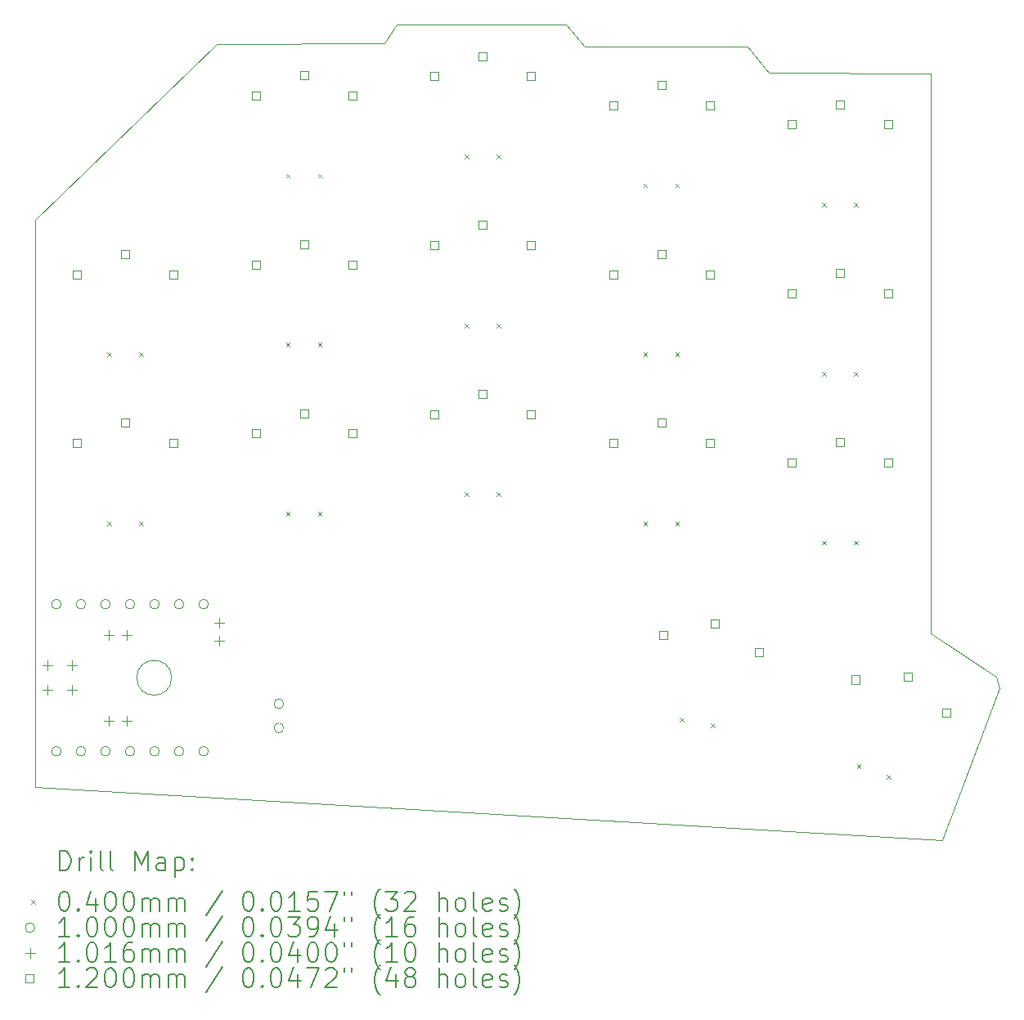
<source format=gbr>
%TF.GenerationSoftware,KiCad,Pcbnew,(6.0.7-1)-1*%
%TF.CreationDate,2022-10-31T22:34:20+08:00*%
%TF.ProjectId,kamao,6b616d61-6f2e-46b6-9963-61645f706362,rev?*%
%TF.SameCoordinates,Original*%
%TF.FileFunction,Drillmap*%
%TF.FilePolarity,Positive*%
%FSLAX45Y45*%
G04 Gerber Fmt 4.5, Leading zero omitted, Abs format (unit mm)*
G04 Created by KiCad (PCBNEW (6.0.7-1)-1) date 2022-10-31 22:34:20*
%MOMM*%
%LPD*%
G01*
G04 APERTURE LIST*
%ADD10C,0.100000*%
%ADD11C,0.200000*%
%ADD12C,0.040000*%
%ADD13C,0.101600*%
%ADD14C,0.120000*%
G04 APERTURE END LIST*
D10*
X330278Y39600000D02*
G75*
G03*
X330278Y39600000I-180278J0D01*
G01*
X4610000Y46140000D02*
X6290000Y46140000D01*
X6509882Y45870179D01*
X8189882Y45860179D01*
X8190000Y40060000D01*
X8870000Y39610000D01*
X8900000Y39490000D01*
X8310000Y37920000D01*
X-1080000Y38470000D01*
X-1080000Y44340000D01*
X800000Y46160000D01*
X2530000Y46170000D01*
X2660000Y46370000D01*
X4410000Y46370000D01*
X4610000Y46140000D01*
D11*
D12*
X-335000Y42970000D02*
X-295000Y42930000D01*
X-295000Y42970000D02*
X-335000Y42930000D01*
X-335000Y41220000D02*
X-295000Y41180000D01*
X-295000Y41220000D02*
X-335000Y41180000D01*
X-5000Y42970000D02*
X35000Y42930000D01*
X35000Y42970000D02*
X-5000Y42930000D01*
X-5000Y41220000D02*
X35000Y41180000D01*
X35000Y41220000D02*
X-5000Y41180000D01*
X1515000Y44820000D02*
X1555000Y44780000D01*
X1555000Y44820000D02*
X1515000Y44780000D01*
X1515000Y43070000D02*
X1555000Y43030000D01*
X1555000Y43070000D02*
X1515000Y43030000D01*
X1515000Y41320000D02*
X1555000Y41280000D01*
X1555000Y41320000D02*
X1515000Y41280000D01*
X1845000Y44820000D02*
X1885000Y44780000D01*
X1885000Y44820000D02*
X1845000Y44780000D01*
X1845000Y43070000D02*
X1885000Y43030000D01*
X1885000Y43070000D02*
X1845000Y43030000D01*
X1845000Y41320000D02*
X1885000Y41280000D01*
X1885000Y41320000D02*
X1845000Y41280000D01*
X3365000Y45020000D02*
X3405000Y44980000D01*
X3405000Y45020000D02*
X3365000Y44980000D01*
X3365000Y43270000D02*
X3405000Y43230000D01*
X3405000Y43270000D02*
X3365000Y43230000D01*
X3365000Y41520000D02*
X3405000Y41480000D01*
X3405000Y41520000D02*
X3365000Y41480000D01*
X3695000Y45020000D02*
X3735000Y44980000D01*
X3735000Y45020000D02*
X3695000Y44980000D01*
X3695000Y43270000D02*
X3735000Y43230000D01*
X3735000Y43270000D02*
X3695000Y43230000D01*
X3695000Y41520000D02*
X3735000Y41480000D01*
X3735000Y41520000D02*
X3695000Y41480000D01*
X5215000Y44720000D02*
X5255000Y44680000D01*
X5255000Y44720000D02*
X5215000Y44680000D01*
X5215000Y42970000D02*
X5255000Y42930000D01*
X5255000Y42970000D02*
X5215000Y42930000D01*
X5215000Y41220000D02*
X5255000Y41180000D01*
X5255000Y41220000D02*
X5215000Y41180000D01*
X5545000Y44720000D02*
X5585000Y44680000D01*
X5585000Y44720000D02*
X5545000Y44680000D01*
X5545000Y42970000D02*
X5585000Y42930000D01*
X5585000Y42970000D02*
X5545000Y42930000D01*
X5545000Y41220000D02*
X5585000Y41180000D01*
X5585000Y41220000D02*
X5545000Y41180000D01*
X5589365Y39185488D02*
X5629365Y39145488D01*
X5629365Y39185488D02*
X5589365Y39145488D01*
X5914352Y39128185D02*
X5954352Y39088185D01*
X5954352Y39128185D02*
X5914352Y39088185D01*
X7065000Y44520000D02*
X7105000Y44480000D01*
X7105000Y44520000D02*
X7065000Y44480000D01*
X7065000Y42770000D02*
X7105000Y42730000D01*
X7105000Y42770000D02*
X7065000Y42730000D01*
X7065000Y41020000D02*
X7105000Y40980000D01*
X7105000Y41020000D02*
X7065000Y40980000D01*
X7395000Y44520000D02*
X7435000Y44480000D01*
X7435000Y44520000D02*
X7395000Y44480000D01*
X7395000Y42770000D02*
X7435000Y42730000D01*
X7435000Y42770000D02*
X7395000Y42730000D01*
X7395000Y41020000D02*
X7435000Y40980000D01*
X7435000Y41020000D02*
X7395000Y40980000D01*
X7424951Y38706433D02*
X7464951Y38666433D01*
X7464951Y38706433D02*
X7424951Y38666433D01*
X7735049Y38593567D02*
X7775049Y38553567D01*
X7775049Y38593567D02*
X7735049Y38553567D01*
D10*
X-812000Y40362000D02*
G75*
G03*
X-812000Y40362000I-50000J0D01*
G01*
X-812000Y38838000D02*
G75*
G03*
X-812000Y38838000I-50000J0D01*
G01*
X-558000Y40362000D02*
G75*
G03*
X-558000Y40362000I-50000J0D01*
G01*
X-558000Y38838000D02*
G75*
G03*
X-558000Y38838000I-50000J0D01*
G01*
X-304000Y40362000D02*
G75*
G03*
X-304000Y40362000I-50000J0D01*
G01*
X-304000Y38838000D02*
G75*
G03*
X-304000Y38838000I-50000J0D01*
G01*
X-50000Y40362000D02*
G75*
G03*
X-50000Y40362000I-50000J0D01*
G01*
X-50000Y38838000D02*
G75*
G03*
X-50000Y38838000I-50000J0D01*
G01*
X204000Y40362000D02*
G75*
G03*
X204000Y40362000I-50000J0D01*
G01*
X204000Y38838000D02*
G75*
G03*
X204000Y38838000I-50000J0D01*
G01*
X458000Y40362000D02*
G75*
G03*
X458000Y40362000I-50000J0D01*
G01*
X458000Y38838000D02*
G75*
G03*
X458000Y38838000I-50000J0D01*
G01*
X712000Y40362000D02*
G75*
G03*
X712000Y40362000I-50000J0D01*
G01*
X712000Y38838000D02*
G75*
G03*
X712000Y38838000I-50000J0D01*
G01*
X1490000Y39330000D02*
G75*
G03*
X1490000Y39330000I-50000J0D01*
G01*
X1490000Y39080000D02*
G75*
G03*
X1490000Y39080000I-50000J0D01*
G01*
D13*
X-957200Y39777800D02*
X-957200Y39676200D01*
X-1008000Y39727000D02*
X-906400Y39727000D01*
X-957200Y39523800D02*
X-957200Y39422200D01*
X-1008000Y39473000D02*
X-906400Y39473000D01*
X-703200Y39777800D02*
X-703200Y39676200D01*
X-754000Y39727000D02*
X-652400Y39727000D01*
X-703200Y39523800D02*
X-703200Y39422200D01*
X-754000Y39473000D02*
X-652400Y39473000D01*
X-322200Y39206300D02*
X-322200Y39104700D01*
X-373000Y39155500D02*
X-271400Y39155500D01*
X-320500Y40090800D02*
X-320500Y39989200D01*
X-371300Y40040000D02*
X-269700Y40040000D01*
X-131700Y39206300D02*
X-131700Y39104700D01*
X-182500Y39155500D02*
X-80900Y39155500D01*
X-130000Y40090800D02*
X-130000Y39989200D01*
X-180800Y40040000D02*
X-79200Y40040000D01*
X820800Y40222300D02*
X820800Y40120700D01*
X770000Y40171500D02*
X871600Y40171500D01*
X820800Y40031800D02*
X820800Y39930200D01*
X770000Y39981000D02*
X871600Y39981000D01*
D14*
X-607573Y43737573D02*
X-607573Y43822427D01*
X-692427Y43822427D01*
X-692427Y43737573D01*
X-607573Y43737573D01*
X-607573Y41987573D02*
X-607573Y42072427D01*
X-692427Y42072427D01*
X-692427Y41987573D01*
X-607573Y41987573D01*
X-107573Y43947573D02*
X-107573Y44032427D01*
X-192427Y44032427D01*
X-192427Y43947573D01*
X-107573Y43947573D01*
X-107573Y42197573D02*
X-107573Y42282427D01*
X-192427Y42282427D01*
X-192427Y42197573D01*
X-107573Y42197573D01*
X392427Y43737573D02*
X392427Y43822427D01*
X307573Y43822427D01*
X307573Y43737573D01*
X392427Y43737573D01*
X392427Y41987573D02*
X392427Y42072427D01*
X307573Y42072427D01*
X307573Y41987573D01*
X392427Y41987573D01*
X1242427Y45587573D02*
X1242427Y45672427D01*
X1157573Y45672427D01*
X1157573Y45587573D01*
X1242427Y45587573D01*
X1242427Y43837573D02*
X1242427Y43922427D01*
X1157573Y43922427D01*
X1157573Y43837573D01*
X1242427Y43837573D01*
X1242427Y42087573D02*
X1242427Y42172427D01*
X1157573Y42172427D01*
X1157573Y42087573D01*
X1242427Y42087573D01*
X1742427Y45797573D02*
X1742427Y45882427D01*
X1657573Y45882427D01*
X1657573Y45797573D01*
X1742427Y45797573D01*
X1742427Y44047573D02*
X1742427Y44132427D01*
X1657573Y44132427D01*
X1657573Y44047573D01*
X1742427Y44047573D01*
X1742427Y42297573D02*
X1742427Y42382427D01*
X1657573Y42382427D01*
X1657573Y42297573D01*
X1742427Y42297573D01*
X2242427Y45587573D02*
X2242427Y45672427D01*
X2157573Y45672427D01*
X2157573Y45587573D01*
X2242427Y45587573D01*
X2242427Y43837573D02*
X2242427Y43922427D01*
X2157573Y43922427D01*
X2157573Y43837573D01*
X2242427Y43837573D01*
X2242427Y42087573D02*
X2242427Y42172427D01*
X2157573Y42172427D01*
X2157573Y42087573D01*
X2242427Y42087573D01*
X3092427Y45787573D02*
X3092427Y45872427D01*
X3007573Y45872427D01*
X3007573Y45787573D01*
X3092427Y45787573D01*
X3092427Y44037573D02*
X3092427Y44122427D01*
X3007573Y44122427D01*
X3007573Y44037573D01*
X3092427Y44037573D01*
X3092427Y42287573D02*
X3092427Y42372427D01*
X3007573Y42372427D01*
X3007573Y42287573D01*
X3092427Y42287573D01*
X3592427Y45997573D02*
X3592427Y46082427D01*
X3507573Y46082427D01*
X3507573Y45997573D01*
X3592427Y45997573D01*
X3592427Y44247573D02*
X3592427Y44332427D01*
X3507573Y44332427D01*
X3507573Y44247573D01*
X3592427Y44247573D01*
X3592427Y42497573D02*
X3592427Y42582427D01*
X3507573Y42582427D01*
X3507573Y42497573D01*
X3592427Y42497573D01*
X4092427Y45787573D02*
X4092427Y45872427D01*
X4007573Y45872427D01*
X4007573Y45787573D01*
X4092427Y45787573D01*
X4092427Y44037573D02*
X4092427Y44122427D01*
X4007573Y44122427D01*
X4007573Y44037573D01*
X4092427Y44037573D01*
X4092427Y42287573D02*
X4092427Y42372427D01*
X4007573Y42372427D01*
X4007573Y42287573D01*
X4092427Y42287573D01*
X4942427Y45487573D02*
X4942427Y45572427D01*
X4857573Y45572427D01*
X4857573Y45487573D01*
X4942427Y45487573D01*
X4942427Y43737573D02*
X4942427Y43822427D01*
X4857573Y43822427D01*
X4857573Y43737573D01*
X4942427Y43737573D01*
X4942427Y41987573D02*
X4942427Y42072427D01*
X4857573Y42072427D01*
X4857573Y41987573D01*
X4942427Y41987573D01*
X5442427Y45697573D02*
X5442427Y45782427D01*
X5357573Y45782427D01*
X5357573Y45697573D01*
X5442427Y45697573D01*
X5442427Y43947573D02*
X5442427Y44032427D01*
X5357573Y44032427D01*
X5357573Y43947573D01*
X5442427Y43947573D01*
X5442427Y42197573D02*
X5442427Y42282427D01*
X5357573Y42282427D01*
X5357573Y42197573D01*
X5442427Y42197573D01*
X5466009Y39998624D02*
X5466009Y40083478D01*
X5381156Y40083478D01*
X5381156Y39998624D01*
X5466009Y39998624D01*
X5942427Y45487573D02*
X5942427Y45572427D01*
X5857573Y45572427D01*
X5857573Y45487573D01*
X5942427Y45487573D01*
X5942427Y43737573D02*
X5942427Y43822427D01*
X5857573Y43822427D01*
X5857573Y43737573D01*
X5942427Y43737573D01*
X5942427Y41987573D02*
X5942427Y42072427D01*
X5857573Y42072427D01*
X5857573Y41987573D01*
X5942427Y41987573D01*
X5994879Y40118610D02*
X5994879Y40203463D01*
X5910026Y40203463D01*
X5910026Y40118610D01*
X5994879Y40118610D01*
X6450817Y39824976D02*
X6450817Y39909830D01*
X6365963Y39909830D01*
X6365963Y39824976D01*
X6450817Y39824976D01*
X6792427Y45287573D02*
X6792427Y45372427D01*
X6707573Y45372427D01*
X6707573Y45287573D01*
X6792427Y45287573D01*
X6792427Y43537573D02*
X6792427Y43622427D01*
X6707573Y43622427D01*
X6707573Y43537573D01*
X6792427Y43537573D01*
X6792427Y41787573D02*
X6792427Y41872427D01*
X6707573Y41872427D01*
X6707573Y41787573D01*
X6792427Y41787573D01*
X7292427Y45497573D02*
X7292427Y45582427D01*
X7207573Y45582427D01*
X7207573Y45497573D01*
X7292427Y45497573D01*
X7292427Y43747573D02*
X7292427Y43832427D01*
X7207573Y43832427D01*
X7207573Y43747573D01*
X7292427Y43747573D01*
X7292427Y41997573D02*
X7292427Y42082427D01*
X7207573Y42082427D01*
X7207573Y41997573D01*
X7292427Y41997573D01*
X7456457Y39538528D02*
X7456457Y39623382D01*
X7371604Y39623382D01*
X7371604Y39538528D01*
X7456457Y39538528D01*
X7792427Y45287573D02*
X7792427Y45372427D01*
X7707573Y45372427D01*
X7707573Y45287573D01*
X7792427Y45287573D01*
X7792427Y43537573D02*
X7792427Y43622427D01*
X7707573Y43622427D01*
X7707573Y43537573D01*
X7792427Y43537573D01*
X7792427Y41787573D02*
X7792427Y41872427D01*
X7707573Y41872427D01*
X7707573Y41787573D01*
X7792427Y41787573D01*
X7998128Y39564854D02*
X7998128Y39649707D01*
X7913274Y39649707D01*
X7913274Y39564854D01*
X7998128Y39564854D01*
X8396150Y39196508D02*
X8396150Y39281362D01*
X8311296Y39281362D01*
X8311296Y39196508D01*
X8396150Y39196508D01*
D11*
X-827381Y37604524D02*
X-827381Y37804524D01*
X-779762Y37804524D01*
X-751190Y37795000D01*
X-732143Y37775952D01*
X-722619Y37756905D01*
X-713095Y37718810D01*
X-713095Y37690238D01*
X-722619Y37652143D01*
X-732143Y37633095D01*
X-751190Y37614048D01*
X-779762Y37604524D01*
X-827381Y37604524D01*
X-627381Y37604524D02*
X-627381Y37737857D01*
X-627381Y37699762D02*
X-617857Y37718810D01*
X-608333Y37728333D01*
X-589286Y37737857D01*
X-570238Y37737857D01*
X-503571Y37604524D02*
X-503571Y37737857D01*
X-503571Y37804524D02*
X-513095Y37795000D01*
X-503571Y37785476D01*
X-494048Y37795000D01*
X-503571Y37804524D01*
X-503571Y37785476D01*
X-379762Y37604524D02*
X-398809Y37614048D01*
X-408333Y37633095D01*
X-408333Y37804524D01*
X-275000Y37604524D02*
X-294048Y37614048D01*
X-303571Y37633095D01*
X-303571Y37804524D01*
X-46428Y37604524D02*
X-46428Y37804524D01*
X20238Y37661667D01*
X86905Y37804524D01*
X86905Y37604524D01*
X267857Y37604524D02*
X267857Y37709286D01*
X258333Y37728333D01*
X239286Y37737857D01*
X201190Y37737857D01*
X182143Y37728333D01*
X267857Y37614048D02*
X248809Y37604524D01*
X201190Y37604524D01*
X182143Y37614048D01*
X172619Y37633095D01*
X172619Y37652143D01*
X182143Y37671190D01*
X201190Y37680714D01*
X248809Y37680714D01*
X267857Y37690238D01*
X363095Y37737857D02*
X363095Y37537857D01*
X363095Y37728333D02*
X382143Y37737857D01*
X420238Y37737857D01*
X439286Y37728333D01*
X448809Y37718810D01*
X458333Y37699762D01*
X458333Y37642619D01*
X448809Y37623571D01*
X439286Y37614048D01*
X420238Y37604524D01*
X382143Y37604524D01*
X363095Y37614048D01*
X544048Y37623571D02*
X553571Y37614048D01*
X544048Y37604524D01*
X534524Y37614048D01*
X544048Y37623571D01*
X544048Y37604524D01*
X544048Y37728333D02*
X553571Y37718810D01*
X544048Y37709286D01*
X534524Y37718810D01*
X544048Y37728333D01*
X544048Y37709286D01*
D12*
X-1125000Y37295000D02*
X-1085000Y37255000D01*
X-1085000Y37295000D02*
X-1125000Y37255000D01*
D11*
X-789286Y37384524D02*
X-770238Y37384524D01*
X-751190Y37375000D01*
X-741667Y37365476D01*
X-732143Y37346429D01*
X-722619Y37308333D01*
X-722619Y37260714D01*
X-732143Y37222619D01*
X-741667Y37203571D01*
X-751190Y37194048D01*
X-770238Y37184524D01*
X-789286Y37184524D01*
X-808333Y37194048D01*
X-817857Y37203571D01*
X-827381Y37222619D01*
X-836905Y37260714D01*
X-836905Y37308333D01*
X-827381Y37346429D01*
X-817857Y37365476D01*
X-808333Y37375000D01*
X-789286Y37384524D01*
X-636905Y37203571D02*
X-627381Y37194048D01*
X-636905Y37184524D01*
X-646429Y37194048D01*
X-636905Y37203571D01*
X-636905Y37184524D01*
X-455952Y37317857D02*
X-455952Y37184524D01*
X-503571Y37394048D02*
X-551190Y37251190D01*
X-427381Y37251190D01*
X-313095Y37384524D02*
X-294048Y37384524D01*
X-275000Y37375000D01*
X-265476Y37365476D01*
X-255952Y37346429D01*
X-246428Y37308333D01*
X-246428Y37260714D01*
X-255952Y37222619D01*
X-265476Y37203571D01*
X-275000Y37194048D01*
X-294048Y37184524D01*
X-313095Y37184524D01*
X-332143Y37194048D01*
X-341667Y37203571D01*
X-351190Y37222619D01*
X-360714Y37260714D01*
X-360714Y37308333D01*
X-351190Y37346429D01*
X-341667Y37365476D01*
X-332143Y37375000D01*
X-313095Y37384524D01*
X-122619Y37384524D02*
X-103571Y37384524D01*
X-84524Y37375000D01*
X-75000Y37365476D01*
X-65476Y37346429D01*
X-55952Y37308333D01*
X-55952Y37260714D01*
X-65476Y37222619D01*
X-75000Y37203571D01*
X-84524Y37194048D01*
X-103571Y37184524D01*
X-122619Y37184524D01*
X-141667Y37194048D01*
X-151190Y37203571D01*
X-160714Y37222619D01*
X-170238Y37260714D01*
X-170238Y37308333D01*
X-160714Y37346429D01*
X-151190Y37365476D01*
X-141667Y37375000D01*
X-122619Y37384524D01*
X29762Y37184524D02*
X29762Y37317857D01*
X29762Y37298810D02*
X39286Y37308333D01*
X58333Y37317857D01*
X86905Y37317857D01*
X105952Y37308333D01*
X115476Y37289286D01*
X115476Y37184524D01*
X115476Y37289286D02*
X125000Y37308333D01*
X144048Y37317857D01*
X172619Y37317857D01*
X191667Y37308333D01*
X201190Y37289286D01*
X201190Y37184524D01*
X296429Y37184524D02*
X296429Y37317857D01*
X296429Y37298810D02*
X305952Y37308333D01*
X325000Y37317857D01*
X353571Y37317857D01*
X372619Y37308333D01*
X382143Y37289286D01*
X382143Y37184524D01*
X382143Y37289286D02*
X391667Y37308333D01*
X410714Y37317857D01*
X439286Y37317857D01*
X458333Y37308333D01*
X467857Y37289286D01*
X467857Y37184524D01*
X858333Y37394048D02*
X686905Y37136905D01*
X1115476Y37384524D02*
X1134524Y37384524D01*
X1153571Y37375000D01*
X1163095Y37365476D01*
X1172619Y37346429D01*
X1182143Y37308333D01*
X1182143Y37260714D01*
X1172619Y37222619D01*
X1163095Y37203571D01*
X1153571Y37194048D01*
X1134524Y37184524D01*
X1115476Y37184524D01*
X1096429Y37194048D01*
X1086905Y37203571D01*
X1077381Y37222619D01*
X1067857Y37260714D01*
X1067857Y37308333D01*
X1077381Y37346429D01*
X1086905Y37365476D01*
X1096429Y37375000D01*
X1115476Y37384524D01*
X1267857Y37203571D02*
X1277381Y37194048D01*
X1267857Y37184524D01*
X1258333Y37194048D01*
X1267857Y37203571D01*
X1267857Y37184524D01*
X1401190Y37384524D02*
X1420238Y37384524D01*
X1439286Y37375000D01*
X1448809Y37365476D01*
X1458333Y37346429D01*
X1467857Y37308333D01*
X1467857Y37260714D01*
X1458333Y37222619D01*
X1448809Y37203571D01*
X1439286Y37194048D01*
X1420238Y37184524D01*
X1401190Y37184524D01*
X1382143Y37194048D01*
X1372619Y37203571D01*
X1363095Y37222619D01*
X1353571Y37260714D01*
X1353571Y37308333D01*
X1363095Y37346429D01*
X1372619Y37365476D01*
X1382143Y37375000D01*
X1401190Y37384524D01*
X1658333Y37184524D02*
X1544048Y37184524D01*
X1601190Y37184524D02*
X1601190Y37384524D01*
X1582143Y37355952D01*
X1563095Y37336905D01*
X1544048Y37327381D01*
X1839286Y37384524D02*
X1744048Y37384524D01*
X1734524Y37289286D01*
X1744048Y37298810D01*
X1763095Y37308333D01*
X1810714Y37308333D01*
X1829762Y37298810D01*
X1839286Y37289286D01*
X1848809Y37270238D01*
X1848809Y37222619D01*
X1839286Y37203571D01*
X1829762Y37194048D01*
X1810714Y37184524D01*
X1763095Y37184524D01*
X1744048Y37194048D01*
X1734524Y37203571D01*
X1915476Y37384524D02*
X2048809Y37384524D01*
X1963095Y37184524D01*
X2115476Y37384524D02*
X2115476Y37346429D01*
X2191667Y37384524D02*
X2191667Y37346429D01*
X2486905Y37108333D02*
X2477381Y37117857D01*
X2458333Y37146429D01*
X2448810Y37165476D01*
X2439286Y37194048D01*
X2429762Y37241667D01*
X2429762Y37279762D01*
X2439286Y37327381D01*
X2448810Y37355952D01*
X2458333Y37375000D01*
X2477381Y37403571D01*
X2486905Y37413095D01*
X2544048Y37384524D02*
X2667857Y37384524D01*
X2601190Y37308333D01*
X2629762Y37308333D01*
X2648810Y37298810D01*
X2658333Y37289286D01*
X2667857Y37270238D01*
X2667857Y37222619D01*
X2658333Y37203571D01*
X2648810Y37194048D01*
X2629762Y37184524D01*
X2572619Y37184524D01*
X2553571Y37194048D01*
X2544048Y37203571D01*
X2744048Y37365476D02*
X2753571Y37375000D01*
X2772619Y37384524D01*
X2820238Y37384524D01*
X2839286Y37375000D01*
X2848809Y37365476D01*
X2858333Y37346429D01*
X2858333Y37327381D01*
X2848809Y37298810D01*
X2734524Y37184524D01*
X2858333Y37184524D01*
X3096428Y37184524D02*
X3096428Y37384524D01*
X3182143Y37184524D02*
X3182143Y37289286D01*
X3172619Y37308333D01*
X3153571Y37317857D01*
X3125000Y37317857D01*
X3105952Y37308333D01*
X3096428Y37298810D01*
X3305952Y37184524D02*
X3286905Y37194048D01*
X3277381Y37203571D01*
X3267857Y37222619D01*
X3267857Y37279762D01*
X3277381Y37298810D01*
X3286905Y37308333D01*
X3305952Y37317857D01*
X3334524Y37317857D01*
X3353571Y37308333D01*
X3363095Y37298810D01*
X3372619Y37279762D01*
X3372619Y37222619D01*
X3363095Y37203571D01*
X3353571Y37194048D01*
X3334524Y37184524D01*
X3305952Y37184524D01*
X3486905Y37184524D02*
X3467857Y37194048D01*
X3458333Y37213095D01*
X3458333Y37384524D01*
X3639286Y37194048D02*
X3620238Y37184524D01*
X3582143Y37184524D01*
X3563095Y37194048D01*
X3553571Y37213095D01*
X3553571Y37289286D01*
X3563095Y37308333D01*
X3582143Y37317857D01*
X3620238Y37317857D01*
X3639286Y37308333D01*
X3648809Y37289286D01*
X3648809Y37270238D01*
X3553571Y37251190D01*
X3725000Y37194048D02*
X3744048Y37184524D01*
X3782143Y37184524D01*
X3801190Y37194048D01*
X3810714Y37213095D01*
X3810714Y37222619D01*
X3801190Y37241667D01*
X3782143Y37251190D01*
X3753571Y37251190D01*
X3734524Y37260714D01*
X3725000Y37279762D01*
X3725000Y37289286D01*
X3734524Y37308333D01*
X3753571Y37317857D01*
X3782143Y37317857D01*
X3801190Y37308333D01*
X3877381Y37108333D02*
X3886905Y37117857D01*
X3905952Y37146429D01*
X3915476Y37165476D01*
X3925000Y37194048D01*
X3934524Y37241667D01*
X3934524Y37279762D01*
X3925000Y37327381D01*
X3915476Y37355952D01*
X3905952Y37375000D01*
X3886905Y37403571D01*
X3877381Y37413095D01*
D10*
X-1085000Y37011000D02*
G75*
G03*
X-1085000Y37011000I-50000J0D01*
G01*
D11*
X-722619Y36920524D02*
X-836905Y36920524D01*
X-779762Y36920524D02*
X-779762Y37120524D01*
X-798809Y37091952D01*
X-817857Y37072905D01*
X-836905Y37063381D01*
X-636905Y36939571D02*
X-627381Y36930048D01*
X-636905Y36920524D01*
X-646429Y36930048D01*
X-636905Y36939571D01*
X-636905Y36920524D01*
X-503571Y37120524D02*
X-484524Y37120524D01*
X-465476Y37111000D01*
X-455952Y37101476D01*
X-446428Y37082429D01*
X-436905Y37044333D01*
X-436905Y36996714D01*
X-446428Y36958619D01*
X-455952Y36939571D01*
X-465476Y36930048D01*
X-484524Y36920524D01*
X-503571Y36920524D01*
X-522619Y36930048D01*
X-532143Y36939571D01*
X-541667Y36958619D01*
X-551190Y36996714D01*
X-551190Y37044333D01*
X-541667Y37082429D01*
X-532143Y37101476D01*
X-522619Y37111000D01*
X-503571Y37120524D01*
X-313095Y37120524D02*
X-294048Y37120524D01*
X-275000Y37111000D01*
X-265476Y37101476D01*
X-255952Y37082429D01*
X-246428Y37044333D01*
X-246428Y36996714D01*
X-255952Y36958619D01*
X-265476Y36939571D01*
X-275000Y36930048D01*
X-294048Y36920524D01*
X-313095Y36920524D01*
X-332143Y36930048D01*
X-341667Y36939571D01*
X-351190Y36958619D01*
X-360714Y36996714D01*
X-360714Y37044333D01*
X-351190Y37082429D01*
X-341667Y37101476D01*
X-332143Y37111000D01*
X-313095Y37120524D01*
X-122619Y37120524D02*
X-103571Y37120524D01*
X-84524Y37111000D01*
X-75000Y37101476D01*
X-65476Y37082429D01*
X-55952Y37044333D01*
X-55952Y36996714D01*
X-65476Y36958619D01*
X-75000Y36939571D01*
X-84524Y36930048D01*
X-103571Y36920524D01*
X-122619Y36920524D01*
X-141667Y36930048D01*
X-151190Y36939571D01*
X-160714Y36958619D01*
X-170238Y36996714D01*
X-170238Y37044333D01*
X-160714Y37082429D01*
X-151190Y37101476D01*
X-141667Y37111000D01*
X-122619Y37120524D01*
X29762Y36920524D02*
X29762Y37053857D01*
X29762Y37034810D02*
X39286Y37044333D01*
X58333Y37053857D01*
X86905Y37053857D01*
X105952Y37044333D01*
X115476Y37025286D01*
X115476Y36920524D01*
X115476Y37025286D02*
X125000Y37044333D01*
X144048Y37053857D01*
X172619Y37053857D01*
X191667Y37044333D01*
X201190Y37025286D01*
X201190Y36920524D01*
X296429Y36920524D02*
X296429Y37053857D01*
X296429Y37034810D02*
X305952Y37044333D01*
X325000Y37053857D01*
X353571Y37053857D01*
X372619Y37044333D01*
X382143Y37025286D01*
X382143Y36920524D01*
X382143Y37025286D02*
X391667Y37044333D01*
X410714Y37053857D01*
X439286Y37053857D01*
X458333Y37044333D01*
X467857Y37025286D01*
X467857Y36920524D01*
X858333Y37130048D02*
X686905Y36872905D01*
X1115476Y37120524D02*
X1134524Y37120524D01*
X1153571Y37111000D01*
X1163095Y37101476D01*
X1172619Y37082429D01*
X1182143Y37044333D01*
X1182143Y36996714D01*
X1172619Y36958619D01*
X1163095Y36939571D01*
X1153571Y36930048D01*
X1134524Y36920524D01*
X1115476Y36920524D01*
X1096429Y36930048D01*
X1086905Y36939571D01*
X1077381Y36958619D01*
X1067857Y36996714D01*
X1067857Y37044333D01*
X1077381Y37082429D01*
X1086905Y37101476D01*
X1096429Y37111000D01*
X1115476Y37120524D01*
X1267857Y36939571D02*
X1277381Y36930048D01*
X1267857Y36920524D01*
X1258333Y36930048D01*
X1267857Y36939571D01*
X1267857Y36920524D01*
X1401190Y37120524D02*
X1420238Y37120524D01*
X1439286Y37111000D01*
X1448809Y37101476D01*
X1458333Y37082429D01*
X1467857Y37044333D01*
X1467857Y36996714D01*
X1458333Y36958619D01*
X1448809Y36939571D01*
X1439286Y36930048D01*
X1420238Y36920524D01*
X1401190Y36920524D01*
X1382143Y36930048D01*
X1372619Y36939571D01*
X1363095Y36958619D01*
X1353571Y36996714D01*
X1353571Y37044333D01*
X1363095Y37082429D01*
X1372619Y37101476D01*
X1382143Y37111000D01*
X1401190Y37120524D01*
X1534524Y37120524D02*
X1658333Y37120524D01*
X1591667Y37044333D01*
X1620238Y37044333D01*
X1639286Y37034810D01*
X1648809Y37025286D01*
X1658333Y37006238D01*
X1658333Y36958619D01*
X1648809Y36939571D01*
X1639286Y36930048D01*
X1620238Y36920524D01*
X1563095Y36920524D01*
X1544048Y36930048D01*
X1534524Y36939571D01*
X1753571Y36920524D02*
X1791667Y36920524D01*
X1810714Y36930048D01*
X1820238Y36939571D01*
X1839286Y36968143D01*
X1848809Y37006238D01*
X1848809Y37082429D01*
X1839286Y37101476D01*
X1829762Y37111000D01*
X1810714Y37120524D01*
X1772619Y37120524D01*
X1753571Y37111000D01*
X1744048Y37101476D01*
X1734524Y37082429D01*
X1734524Y37034810D01*
X1744048Y37015762D01*
X1753571Y37006238D01*
X1772619Y36996714D01*
X1810714Y36996714D01*
X1829762Y37006238D01*
X1839286Y37015762D01*
X1848809Y37034810D01*
X2020238Y37053857D02*
X2020238Y36920524D01*
X1972619Y37130048D02*
X1925000Y36987190D01*
X2048809Y36987190D01*
X2115476Y37120524D02*
X2115476Y37082429D01*
X2191667Y37120524D02*
X2191667Y37082429D01*
X2486905Y36844333D02*
X2477381Y36853857D01*
X2458333Y36882429D01*
X2448810Y36901476D01*
X2439286Y36930048D01*
X2429762Y36977667D01*
X2429762Y37015762D01*
X2439286Y37063381D01*
X2448810Y37091952D01*
X2458333Y37111000D01*
X2477381Y37139571D01*
X2486905Y37149095D01*
X2667857Y36920524D02*
X2553571Y36920524D01*
X2610714Y36920524D02*
X2610714Y37120524D01*
X2591667Y37091952D01*
X2572619Y37072905D01*
X2553571Y37063381D01*
X2839286Y37120524D02*
X2801190Y37120524D01*
X2782143Y37111000D01*
X2772619Y37101476D01*
X2753571Y37072905D01*
X2744048Y37034810D01*
X2744048Y36958619D01*
X2753571Y36939571D01*
X2763095Y36930048D01*
X2782143Y36920524D01*
X2820238Y36920524D01*
X2839286Y36930048D01*
X2848809Y36939571D01*
X2858333Y36958619D01*
X2858333Y37006238D01*
X2848809Y37025286D01*
X2839286Y37034810D01*
X2820238Y37044333D01*
X2782143Y37044333D01*
X2763095Y37034810D01*
X2753571Y37025286D01*
X2744048Y37006238D01*
X3096428Y36920524D02*
X3096428Y37120524D01*
X3182143Y36920524D02*
X3182143Y37025286D01*
X3172619Y37044333D01*
X3153571Y37053857D01*
X3125000Y37053857D01*
X3105952Y37044333D01*
X3096428Y37034810D01*
X3305952Y36920524D02*
X3286905Y36930048D01*
X3277381Y36939571D01*
X3267857Y36958619D01*
X3267857Y37015762D01*
X3277381Y37034810D01*
X3286905Y37044333D01*
X3305952Y37053857D01*
X3334524Y37053857D01*
X3353571Y37044333D01*
X3363095Y37034810D01*
X3372619Y37015762D01*
X3372619Y36958619D01*
X3363095Y36939571D01*
X3353571Y36930048D01*
X3334524Y36920524D01*
X3305952Y36920524D01*
X3486905Y36920524D02*
X3467857Y36930048D01*
X3458333Y36949095D01*
X3458333Y37120524D01*
X3639286Y36930048D02*
X3620238Y36920524D01*
X3582143Y36920524D01*
X3563095Y36930048D01*
X3553571Y36949095D01*
X3553571Y37025286D01*
X3563095Y37044333D01*
X3582143Y37053857D01*
X3620238Y37053857D01*
X3639286Y37044333D01*
X3648809Y37025286D01*
X3648809Y37006238D01*
X3553571Y36987190D01*
X3725000Y36930048D02*
X3744048Y36920524D01*
X3782143Y36920524D01*
X3801190Y36930048D01*
X3810714Y36949095D01*
X3810714Y36958619D01*
X3801190Y36977667D01*
X3782143Y36987190D01*
X3753571Y36987190D01*
X3734524Y36996714D01*
X3725000Y37015762D01*
X3725000Y37025286D01*
X3734524Y37044333D01*
X3753571Y37053857D01*
X3782143Y37053857D01*
X3801190Y37044333D01*
X3877381Y36844333D02*
X3886905Y36853857D01*
X3905952Y36882429D01*
X3915476Y36901476D01*
X3925000Y36930048D01*
X3934524Y36977667D01*
X3934524Y37015762D01*
X3925000Y37063381D01*
X3915476Y37091952D01*
X3905952Y37111000D01*
X3886905Y37139571D01*
X3877381Y37149095D01*
D13*
X-1135800Y36797800D02*
X-1135800Y36696200D01*
X-1186600Y36747000D02*
X-1085000Y36747000D01*
D11*
X-722619Y36656524D02*
X-836905Y36656524D01*
X-779762Y36656524D02*
X-779762Y36856524D01*
X-798809Y36827952D01*
X-817857Y36808905D01*
X-836905Y36799381D01*
X-636905Y36675571D02*
X-627381Y36666048D01*
X-636905Y36656524D01*
X-646429Y36666048D01*
X-636905Y36675571D01*
X-636905Y36656524D01*
X-503571Y36856524D02*
X-484524Y36856524D01*
X-465476Y36847000D01*
X-455952Y36837476D01*
X-446428Y36818429D01*
X-436905Y36780333D01*
X-436905Y36732714D01*
X-446428Y36694619D01*
X-455952Y36675571D01*
X-465476Y36666048D01*
X-484524Y36656524D01*
X-503571Y36656524D01*
X-522619Y36666048D01*
X-532143Y36675571D01*
X-541667Y36694619D01*
X-551190Y36732714D01*
X-551190Y36780333D01*
X-541667Y36818429D01*
X-532143Y36837476D01*
X-522619Y36847000D01*
X-503571Y36856524D01*
X-246428Y36656524D02*
X-360714Y36656524D01*
X-303571Y36656524D02*
X-303571Y36856524D01*
X-322619Y36827952D01*
X-341667Y36808905D01*
X-360714Y36799381D01*
X-75000Y36856524D02*
X-113095Y36856524D01*
X-132143Y36847000D01*
X-141667Y36837476D01*
X-160714Y36808905D01*
X-170238Y36770810D01*
X-170238Y36694619D01*
X-160714Y36675571D01*
X-151190Y36666048D01*
X-132143Y36656524D01*
X-94048Y36656524D01*
X-75000Y36666048D01*
X-65476Y36675571D01*
X-55952Y36694619D01*
X-55952Y36742238D01*
X-65476Y36761286D01*
X-75000Y36770810D01*
X-94048Y36780333D01*
X-132143Y36780333D01*
X-151190Y36770810D01*
X-160714Y36761286D01*
X-170238Y36742238D01*
X29762Y36656524D02*
X29762Y36789857D01*
X29762Y36770810D02*
X39286Y36780333D01*
X58333Y36789857D01*
X86905Y36789857D01*
X105952Y36780333D01*
X115476Y36761286D01*
X115476Y36656524D01*
X115476Y36761286D02*
X125000Y36780333D01*
X144048Y36789857D01*
X172619Y36789857D01*
X191667Y36780333D01*
X201190Y36761286D01*
X201190Y36656524D01*
X296429Y36656524D02*
X296429Y36789857D01*
X296429Y36770810D02*
X305952Y36780333D01*
X325000Y36789857D01*
X353571Y36789857D01*
X372619Y36780333D01*
X382143Y36761286D01*
X382143Y36656524D01*
X382143Y36761286D02*
X391667Y36780333D01*
X410714Y36789857D01*
X439286Y36789857D01*
X458333Y36780333D01*
X467857Y36761286D01*
X467857Y36656524D01*
X858333Y36866048D02*
X686905Y36608905D01*
X1115476Y36856524D02*
X1134524Y36856524D01*
X1153571Y36847000D01*
X1163095Y36837476D01*
X1172619Y36818429D01*
X1182143Y36780333D01*
X1182143Y36732714D01*
X1172619Y36694619D01*
X1163095Y36675571D01*
X1153571Y36666048D01*
X1134524Y36656524D01*
X1115476Y36656524D01*
X1096429Y36666048D01*
X1086905Y36675571D01*
X1077381Y36694619D01*
X1067857Y36732714D01*
X1067857Y36780333D01*
X1077381Y36818429D01*
X1086905Y36837476D01*
X1096429Y36847000D01*
X1115476Y36856524D01*
X1267857Y36675571D02*
X1277381Y36666048D01*
X1267857Y36656524D01*
X1258333Y36666048D01*
X1267857Y36675571D01*
X1267857Y36656524D01*
X1401190Y36856524D02*
X1420238Y36856524D01*
X1439286Y36847000D01*
X1448809Y36837476D01*
X1458333Y36818429D01*
X1467857Y36780333D01*
X1467857Y36732714D01*
X1458333Y36694619D01*
X1448809Y36675571D01*
X1439286Y36666048D01*
X1420238Y36656524D01*
X1401190Y36656524D01*
X1382143Y36666048D01*
X1372619Y36675571D01*
X1363095Y36694619D01*
X1353571Y36732714D01*
X1353571Y36780333D01*
X1363095Y36818429D01*
X1372619Y36837476D01*
X1382143Y36847000D01*
X1401190Y36856524D01*
X1639286Y36789857D02*
X1639286Y36656524D01*
X1591667Y36866048D02*
X1544048Y36723190D01*
X1667857Y36723190D01*
X1782143Y36856524D02*
X1801190Y36856524D01*
X1820238Y36847000D01*
X1829762Y36837476D01*
X1839286Y36818429D01*
X1848809Y36780333D01*
X1848809Y36732714D01*
X1839286Y36694619D01*
X1829762Y36675571D01*
X1820238Y36666048D01*
X1801190Y36656524D01*
X1782143Y36656524D01*
X1763095Y36666048D01*
X1753571Y36675571D01*
X1744048Y36694619D01*
X1734524Y36732714D01*
X1734524Y36780333D01*
X1744048Y36818429D01*
X1753571Y36837476D01*
X1763095Y36847000D01*
X1782143Y36856524D01*
X1972619Y36856524D02*
X1991667Y36856524D01*
X2010714Y36847000D01*
X2020238Y36837476D01*
X2029762Y36818429D01*
X2039286Y36780333D01*
X2039286Y36732714D01*
X2029762Y36694619D01*
X2020238Y36675571D01*
X2010714Y36666048D01*
X1991667Y36656524D01*
X1972619Y36656524D01*
X1953571Y36666048D01*
X1944048Y36675571D01*
X1934524Y36694619D01*
X1925000Y36732714D01*
X1925000Y36780333D01*
X1934524Y36818429D01*
X1944048Y36837476D01*
X1953571Y36847000D01*
X1972619Y36856524D01*
X2115476Y36856524D02*
X2115476Y36818429D01*
X2191667Y36856524D02*
X2191667Y36818429D01*
X2486905Y36580333D02*
X2477381Y36589857D01*
X2458333Y36618429D01*
X2448810Y36637476D01*
X2439286Y36666048D01*
X2429762Y36713667D01*
X2429762Y36751762D01*
X2439286Y36799381D01*
X2448810Y36827952D01*
X2458333Y36847000D01*
X2477381Y36875571D01*
X2486905Y36885095D01*
X2667857Y36656524D02*
X2553571Y36656524D01*
X2610714Y36656524D02*
X2610714Y36856524D01*
X2591667Y36827952D01*
X2572619Y36808905D01*
X2553571Y36799381D01*
X2791667Y36856524D02*
X2810714Y36856524D01*
X2829762Y36847000D01*
X2839286Y36837476D01*
X2848809Y36818429D01*
X2858333Y36780333D01*
X2858333Y36732714D01*
X2848809Y36694619D01*
X2839286Y36675571D01*
X2829762Y36666048D01*
X2810714Y36656524D01*
X2791667Y36656524D01*
X2772619Y36666048D01*
X2763095Y36675571D01*
X2753571Y36694619D01*
X2744048Y36732714D01*
X2744048Y36780333D01*
X2753571Y36818429D01*
X2763095Y36837476D01*
X2772619Y36847000D01*
X2791667Y36856524D01*
X3096428Y36656524D02*
X3096428Y36856524D01*
X3182143Y36656524D02*
X3182143Y36761286D01*
X3172619Y36780333D01*
X3153571Y36789857D01*
X3125000Y36789857D01*
X3105952Y36780333D01*
X3096428Y36770810D01*
X3305952Y36656524D02*
X3286905Y36666048D01*
X3277381Y36675571D01*
X3267857Y36694619D01*
X3267857Y36751762D01*
X3277381Y36770810D01*
X3286905Y36780333D01*
X3305952Y36789857D01*
X3334524Y36789857D01*
X3353571Y36780333D01*
X3363095Y36770810D01*
X3372619Y36751762D01*
X3372619Y36694619D01*
X3363095Y36675571D01*
X3353571Y36666048D01*
X3334524Y36656524D01*
X3305952Y36656524D01*
X3486905Y36656524D02*
X3467857Y36666048D01*
X3458333Y36685095D01*
X3458333Y36856524D01*
X3639286Y36666048D02*
X3620238Y36656524D01*
X3582143Y36656524D01*
X3563095Y36666048D01*
X3553571Y36685095D01*
X3553571Y36761286D01*
X3563095Y36780333D01*
X3582143Y36789857D01*
X3620238Y36789857D01*
X3639286Y36780333D01*
X3648809Y36761286D01*
X3648809Y36742238D01*
X3553571Y36723190D01*
X3725000Y36666048D02*
X3744048Y36656524D01*
X3782143Y36656524D01*
X3801190Y36666048D01*
X3810714Y36685095D01*
X3810714Y36694619D01*
X3801190Y36713667D01*
X3782143Y36723190D01*
X3753571Y36723190D01*
X3734524Y36732714D01*
X3725000Y36751762D01*
X3725000Y36761286D01*
X3734524Y36780333D01*
X3753571Y36789857D01*
X3782143Y36789857D01*
X3801190Y36780333D01*
X3877381Y36580333D02*
X3886905Y36589857D01*
X3905952Y36618429D01*
X3915476Y36637476D01*
X3925000Y36666048D01*
X3934524Y36713667D01*
X3934524Y36751762D01*
X3925000Y36799381D01*
X3915476Y36827952D01*
X3905952Y36847000D01*
X3886905Y36875571D01*
X3877381Y36885095D01*
D14*
X-1102573Y36440573D02*
X-1102573Y36525427D01*
X-1187427Y36525427D01*
X-1187427Y36440573D01*
X-1102573Y36440573D01*
D11*
X-722619Y36392524D02*
X-836905Y36392524D01*
X-779762Y36392524D02*
X-779762Y36592524D01*
X-798809Y36563952D01*
X-817857Y36544905D01*
X-836905Y36535381D01*
X-636905Y36411571D02*
X-627381Y36402048D01*
X-636905Y36392524D01*
X-646429Y36402048D01*
X-636905Y36411571D01*
X-636905Y36392524D01*
X-551190Y36573476D02*
X-541667Y36583000D01*
X-522619Y36592524D01*
X-475000Y36592524D01*
X-455952Y36583000D01*
X-446428Y36573476D01*
X-436905Y36554429D01*
X-436905Y36535381D01*
X-446428Y36506810D01*
X-560714Y36392524D01*
X-436905Y36392524D01*
X-313095Y36592524D02*
X-294048Y36592524D01*
X-275000Y36583000D01*
X-265476Y36573476D01*
X-255952Y36554429D01*
X-246428Y36516333D01*
X-246428Y36468714D01*
X-255952Y36430619D01*
X-265476Y36411571D01*
X-275000Y36402048D01*
X-294048Y36392524D01*
X-313095Y36392524D01*
X-332143Y36402048D01*
X-341667Y36411571D01*
X-351190Y36430619D01*
X-360714Y36468714D01*
X-360714Y36516333D01*
X-351190Y36554429D01*
X-341667Y36573476D01*
X-332143Y36583000D01*
X-313095Y36592524D01*
X-122619Y36592524D02*
X-103571Y36592524D01*
X-84524Y36583000D01*
X-75000Y36573476D01*
X-65476Y36554429D01*
X-55952Y36516333D01*
X-55952Y36468714D01*
X-65476Y36430619D01*
X-75000Y36411571D01*
X-84524Y36402048D01*
X-103571Y36392524D01*
X-122619Y36392524D01*
X-141667Y36402048D01*
X-151190Y36411571D01*
X-160714Y36430619D01*
X-170238Y36468714D01*
X-170238Y36516333D01*
X-160714Y36554429D01*
X-151190Y36573476D01*
X-141667Y36583000D01*
X-122619Y36592524D01*
X29762Y36392524D02*
X29762Y36525857D01*
X29762Y36506810D02*
X39286Y36516333D01*
X58333Y36525857D01*
X86905Y36525857D01*
X105952Y36516333D01*
X115476Y36497286D01*
X115476Y36392524D01*
X115476Y36497286D02*
X125000Y36516333D01*
X144048Y36525857D01*
X172619Y36525857D01*
X191667Y36516333D01*
X201190Y36497286D01*
X201190Y36392524D01*
X296429Y36392524D02*
X296429Y36525857D01*
X296429Y36506810D02*
X305952Y36516333D01*
X325000Y36525857D01*
X353571Y36525857D01*
X372619Y36516333D01*
X382143Y36497286D01*
X382143Y36392524D01*
X382143Y36497286D02*
X391667Y36516333D01*
X410714Y36525857D01*
X439286Y36525857D01*
X458333Y36516333D01*
X467857Y36497286D01*
X467857Y36392524D01*
X858333Y36602048D02*
X686905Y36344905D01*
X1115476Y36592524D02*
X1134524Y36592524D01*
X1153571Y36583000D01*
X1163095Y36573476D01*
X1172619Y36554429D01*
X1182143Y36516333D01*
X1182143Y36468714D01*
X1172619Y36430619D01*
X1163095Y36411571D01*
X1153571Y36402048D01*
X1134524Y36392524D01*
X1115476Y36392524D01*
X1096429Y36402048D01*
X1086905Y36411571D01*
X1077381Y36430619D01*
X1067857Y36468714D01*
X1067857Y36516333D01*
X1077381Y36554429D01*
X1086905Y36573476D01*
X1096429Y36583000D01*
X1115476Y36592524D01*
X1267857Y36411571D02*
X1277381Y36402048D01*
X1267857Y36392524D01*
X1258333Y36402048D01*
X1267857Y36411571D01*
X1267857Y36392524D01*
X1401190Y36592524D02*
X1420238Y36592524D01*
X1439286Y36583000D01*
X1448809Y36573476D01*
X1458333Y36554429D01*
X1467857Y36516333D01*
X1467857Y36468714D01*
X1458333Y36430619D01*
X1448809Y36411571D01*
X1439286Y36402048D01*
X1420238Y36392524D01*
X1401190Y36392524D01*
X1382143Y36402048D01*
X1372619Y36411571D01*
X1363095Y36430619D01*
X1353571Y36468714D01*
X1353571Y36516333D01*
X1363095Y36554429D01*
X1372619Y36573476D01*
X1382143Y36583000D01*
X1401190Y36592524D01*
X1639286Y36525857D02*
X1639286Y36392524D01*
X1591667Y36602048D02*
X1544048Y36459190D01*
X1667857Y36459190D01*
X1725000Y36592524D02*
X1858333Y36592524D01*
X1772619Y36392524D01*
X1925000Y36573476D02*
X1934524Y36583000D01*
X1953571Y36592524D01*
X2001190Y36592524D01*
X2020238Y36583000D01*
X2029762Y36573476D01*
X2039286Y36554429D01*
X2039286Y36535381D01*
X2029762Y36506810D01*
X1915476Y36392524D01*
X2039286Y36392524D01*
X2115476Y36592524D02*
X2115476Y36554429D01*
X2191667Y36592524D02*
X2191667Y36554429D01*
X2486905Y36316333D02*
X2477381Y36325857D01*
X2458333Y36354429D01*
X2448810Y36373476D01*
X2439286Y36402048D01*
X2429762Y36449667D01*
X2429762Y36487762D01*
X2439286Y36535381D01*
X2448810Y36563952D01*
X2458333Y36583000D01*
X2477381Y36611571D01*
X2486905Y36621095D01*
X2648810Y36525857D02*
X2648810Y36392524D01*
X2601190Y36602048D02*
X2553571Y36459190D01*
X2677381Y36459190D01*
X2782143Y36506810D02*
X2763095Y36516333D01*
X2753571Y36525857D01*
X2744048Y36544905D01*
X2744048Y36554429D01*
X2753571Y36573476D01*
X2763095Y36583000D01*
X2782143Y36592524D01*
X2820238Y36592524D01*
X2839286Y36583000D01*
X2848809Y36573476D01*
X2858333Y36554429D01*
X2858333Y36544905D01*
X2848809Y36525857D01*
X2839286Y36516333D01*
X2820238Y36506810D01*
X2782143Y36506810D01*
X2763095Y36497286D01*
X2753571Y36487762D01*
X2744048Y36468714D01*
X2744048Y36430619D01*
X2753571Y36411571D01*
X2763095Y36402048D01*
X2782143Y36392524D01*
X2820238Y36392524D01*
X2839286Y36402048D01*
X2848809Y36411571D01*
X2858333Y36430619D01*
X2858333Y36468714D01*
X2848809Y36487762D01*
X2839286Y36497286D01*
X2820238Y36506810D01*
X3096428Y36392524D02*
X3096428Y36592524D01*
X3182143Y36392524D02*
X3182143Y36497286D01*
X3172619Y36516333D01*
X3153571Y36525857D01*
X3125000Y36525857D01*
X3105952Y36516333D01*
X3096428Y36506810D01*
X3305952Y36392524D02*
X3286905Y36402048D01*
X3277381Y36411571D01*
X3267857Y36430619D01*
X3267857Y36487762D01*
X3277381Y36506810D01*
X3286905Y36516333D01*
X3305952Y36525857D01*
X3334524Y36525857D01*
X3353571Y36516333D01*
X3363095Y36506810D01*
X3372619Y36487762D01*
X3372619Y36430619D01*
X3363095Y36411571D01*
X3353571Y36402048D01*
X3334524Y36392524D01*
X3305952Y36392524D01*
X3486905Y36392524D02*
X3467857Y36402048D01*
X3458333Y36421095D01*
X3458333Y36592524D01*
X3639286Y36402048D02*
X3620238Y36392524D01*
X3582143Y36392524D01*
X3563095Y36402048D01*
X3553571Y36421095D01*
X3553571Y36497286D01*
X3563095Y36516333D01*
X3582143Y36525857D01*
X3620238Y36525857D01*
X3639286Y36516333D01*
X3648809Y36497286D01*
X3648809Y36478238D01*
X3553571Y36459190D01*
X3725000Y36402048D02*
X3744048Y36392524D01*
X3782143Y36392524D01*
X3801190Y36402048D01*
X3810714Y36421095D01*
X3810714Y36430619D01*
X3801190Y36449667D01*
X3782143Y36459190D01*
X3753571Y36459190D01*
X3734524Y36468714D01*
X3725000Y36487762D01*
X3725000Y36497286D01*
X3734524Y36516333D01*
X3753571Y36525857D01*
X3782143Y36525857D01*
X3801190Y36516333D01*
X3877381Y36316333D02*
X3886905Y36325857D01*
X3905952Y36354429D01*
X3915476Y36373476D01*
X3925000Y36402048D01*
X3934524Y36449667D01*
X3934524Y36487762D01*
X3925000Y36535381D01*
X3915476Y36563952D01*
X3905952Y36583000D01*
X3886905Y36611571D01*
X3877381Y36621095D01*
M02*

</source>
